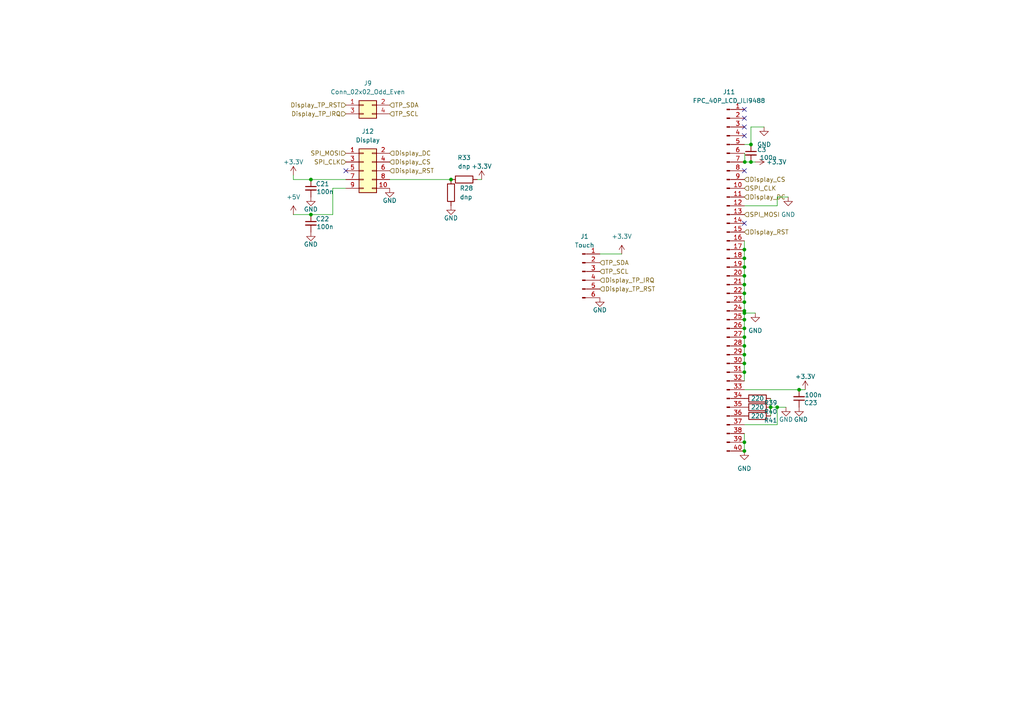
<source format=kicad_sch>
(kicad_sch (version 20231120) (generator "eeschema") (generator_version "8.0")
  (paper "A4")
  (lib_symbols
    (symbol "+3.3V_1" (power) (pin_numbers hide) (pin_names (offset 0) hide)
      (property "Value" "+3.3V" (at 0 3.556 0))
      (symbol "+3.3V_1_0_1"
        (polyline (pts (xy -0.762 1.27) (xy 0 2.54)))
        (polyline (pts (xy 0 0) (xy 0 2.54)))
        (polyline (pts (xy 0 2.54) (xy 0.762 1.27)))
      )
      (symbol "+3.3V_1_1_1"
        (pin power_in line (at 0 0 90) (length 0) (name "~") (number "1"))
      )
    )
    (symbol "Connector:Conn_01x06_Pin" (pin_names (offset 1.016) hide)
      (property "Reference" "J" (at 0 7.62 0))
      (property "Value" "Conn_01x06_Pin" (at 0 -10.16 0))
      (symbol "Conn_01x06_Pin_1_1"
        (polyline (pts (xy 1.27 -7.62) (xy 0.8636 -7.62)) (stroke (width 0.1524)))
        (polyline (pts (xy 1.27 -5.08) (xy 0.8636 -5.08)) (stroke (width 0.1524)))
        (polyline (pts (xy 1.27 -2.54) (xy 0.8636 -2.54)) (stroke (width 0.1524)))
        (polyline (pts (xy 1.27 0) (xy 0.8636 0)) (stroke (width 0.1524)))
        (polyline (pts (xy 1.27 2.54) (xy 0.8636 2.54)) (stroke (width 0.1524)))
        (polyline (pts (xy 1.27 5.08) (xy 0.8636 5.08)) (stroke (width 0.1524)))
        (rectangle (start 0.8636 -7.493) (end 0 -7.747) (stroke (width 0.1524)) (fill (type outline)))
        (rectangle (start 0.8636 -4.953) (end 0 -5.207) (stroke (width 0.1524)) (fill (type outline)))
        (rectangle (start 0.8636 -2.413) (end 0 -2.667) (stroke (width 0.1524)) (fill (type outline)))
        (rectangle (start 0.8636 0.127) (end 0 -0.127) (stroke (width 0.1524)) (fill (type outline)))
        (rectangle (start 0.8636 2.667) (end 0 2.413) (stroke (width 0.1524)) (fill (type outline)))
        (rectangle (start 0.8636 5.207) (end 0 4.953) (stroke (width 0.1524)) (fill (type outline)))
        (pin passive line (at 5.08 5.08 180) (length 3.81) (name "Pin_1") (number "1"))
        (pin passive line (at 5.08 2.54 180) (length 3.81) (name "Pin_2") (number "2"))
        (pin passive line (at 5.08 0 180) (length 3.81) (name "Pin_3") (number "3"))
        (pin passive line (at 5.08 -2.54 180) (length 3.81) (name "Pin_4") (number "4"))
        (pin passive line (at 5.08 -5.08 180) (length 3.81) (name "Pin_5") (number "5"))
        (pin passive line (at 5.08 -7.62 180) (length 3.81) (name "Pin_6") (number "6"))
      )
    )
    (symbol "Connector:Conn_01x40_Male" (pin_names (offset 1.016) hide)
      (property "Reference" "J" (at 0 50.8 0))
      (property "Value" "Conn_01x40_Male" (at 0 -53.34 0))
      (symbol "Conn_01x40_Male_1_1"
        (polyline (pts (xy 1.27 -50.8) (xy 0.8636 -50.8)) (stroke (width 0.1524)))
        (polyline (pts (xy 1.27 -48.26) (xy 0.8636 -48.26)) (stroke (width 0.1524)))
        (polyline (pts (xy 1.27 -45.72) (xy 0.8636 -45.72)) (stroke (width 0.1524)))
        (polyline (pts (xy 1.27 -43.18) (xy 0.8636 -43.18)) (stroke (width 0.1524)))
        (polyline (pts (xy 1.27 -40.64) (xy 0.8636 -40.64)) (stroke (width 0.1524)))
        (polyline (pts (xy 1.27 -38.1) (xy 0.8636 -38.1)) (stroke (width 0.1524)))
        (polyline (pts (xy 1.27 -35.56) (xy 0.8636 -35.56)) (stroke (width 0.1524)))
        (polyline (pts (xy 1.27 -33.02) (xy 0.8636 -33.02)) (stroke (width 0.1524)))
        (polyline (pts (xy 1.27 -30.48) (xy 0.8636 -30.48)) (stroke (width 0.1524)))
        (polyline (pts (xy 1.27 -27.94) (xy 0.8636 -27.94)) (stroke (width 0.1524)))
        (polyline (pts (xy 1.27 -25.4) (xy 0.8636 -25.4)) (stroke (width 0.1524)))
        (polyline (pts (xy 1.27 -22.86) (xy 0.8636 -22.86)) (stroke (width 0.1524)))
        (polyline (pts (xy 1.27 -20.32) (xy 0.8636 -20.32)) (stroke (width 0.1524)))
        (polyline (pts (xy 1.27 -17.78) (xy 0.8636 -17.78)) (stroke (width 0.1524)))
        (polyline (pts (xy 1.27 -15.24) (xy 0.8636 -15.24)) (stroke (width 0.1524)))
        (polyline (pts (xy 1.27 -12.7) (xy 0.8636 -12.7)) (stroke (width 0.1524)))
        (polyline (pts (xy 1.27 -10.16) (xy 0.8636 -10.16)) (stroke (width 0.1524)))
        (polyline (pts (xy 1.27 -7.62) (xy 0.8636 -7.62)) (stroke (width 0.1524)))
        (polyline (pts (xy 1.27 -5.08) (xy 0.8636 -5.08)) (stroke (width 0.1524)))
        (polyline (pts (xy 1.27 -2.54) (xy 0.8636 -2.54)) (stroke (width 0.1524)))
        (polyline (pts (xy 1.27 0) (xy 0.8636 0)) (stroke (width 0.1524)))
        (polyline (pts (xy 1.27 2.54) (xy 0.8636 2.54)) (stroke (width 0.1524)))
        (polyline (pts (xy 1.27 5.08) (xy 0.8636 5.08)) (stroke (width 0.1524)))
        (polyline (pts (xy 1.27 7.62) (xy 0.8636 7.62)) (stroke (width 0.1524)))
        (polyline (pts (xy 1.27 10.16) (xy 0.8636 10.16)) (stroke (width 0.1524)))
        (polyline (pts (xy 1.27 12.7) (xy 0.8636 12.7)) (stroke (width 0.1524)))
        (polyline (pts (xy 1.27 15.24) (xy 0.8636 15.24)) (stroke (width 0.1524)))
        (polyline (pts (xy 1.27 17.78) (xy 0.8636 17.78)) (stroke (width 0.1524)))
        (polyline (pts (xy 1.27 20.32) (xy 0.8636 20.32)) (stroke (width 0.1524)))
        (polyline (pts (xy 1.27 22.86) (xy 0.8636 22.86)) (stroke (width 0.1524)))
        (polyline (pts (xy 1.27 25.4) (xy 0.8636 25.4)) (stroke (width 0.1524)))
        (polyline (pts (xy 1.27 27.94) (xy 0.8636 27.94)) (stroke (width 0.1524)))
        (polyline (pts (xy 1.27 30.48) (xy 0.8636 30.48)) (stroke (width 0.1524)))
        (polyline (pts (xy 1.27 33.02) (xy 0.8636 33.02)) (stroke (width 0.1524)))
        (polyline (pts (xy 1.27 35.56) (xy 0.8636 35.56)) (stroke (width 0.1524)))
        (polyline (pts (xy 1.27 38.1) (xy 0.8636 38.1)) (stroke (width 0.1524)))
        (polyline (pts (xy 1.27 40.64) (xy 0.8636 40.64)) (stroke (width 0.1524)))
        (polyline (pts (xy 1.27 43.18) (xy 0.8636 43.18)) (stroke (width 0.1524)))
        (polyline (pts (xy 1.27 45.72) (xy 0.8636 45.72)) (stroke (width 0.1524)))
        (polyline (pts (xy 1.27 48.26) (xy 0.8636 48.26)) (stroke (width 0.1524)))
        (rectangle (start 0.8636 -50.673) (end 0 -50.927) (stroke (width 0.1524)) (fill (type outline)))
        (rectangle (start 0.8636 -48.133) (end 0 -48.387) (stroke (width 0.1524)) (fill (type outline)))
        (rectangle (start 0.8636 -45.593) (end 0 -45.847) (stroke (width 0.1524)) (fill (type outline)))
        (rectangle (start 0.8636 -43.053) (end 0 -43.307) (stroke (width 0.1524)) (fill (type outline)))
        (rectangle (start 0.8636 -40.513) (end 0 -40.767) (stroke (width 0.1524)) (fill (type outline)))
        (rectangle (start 0.8636 -37.973) (end 0 -38.227) (stroke (width 0.1524)) (fill (type outline)))
        (rectangle (start 0.8636 -35.433) (end 0 -35.687) (stroke (width 0.1524)) (fill (type outline)))
        (rectangle (start 0.8636 -32.893) (end 0 -33.147) (stroke (width 0.1524)) (fill (type outline)))
        (rectangle (start 0.8636 -30.353) (end 0 -30.607) (stroke (width 0.1524)) (fill (type outline)))
        (rectangle (start 0.8636 -27.813) (end 0 -28.067) (stroke (width 0.1524)) (fill (type outline)))
        (rectangle (start 0.8636 -25.273) (end 0 -25.527) (stroke (width 0.1524)) (fill (type outline)))
        (rectangle (start 0.8636 -22.733) (end 0 -22.987) (stroke (width 0.1524)) (fill (type outline)))
        (rectangle (start 0.8636 -20.193) (end 0 -20.447) (stroke (width 0.1524)) (fill (type outline)))
        (rectangle (start 0.8636 -17.653) (end 0 -17.907) (stroke (width 0.1524)) (fill (type outline)))
        (rectangle (start 0.8636 -15.113) (end 0 -15.367) (stroke (width 0.1524)) (fill (type outline)))
        (rectangle (start 0.8636 -12.573) (end 0 -12.827) (stroke (width 0.1524)) (fill (type outline)))
        (rectangle (start 0.8636 -10.033) (end 0 -10.287) (stroke (width 0.1524)) (fill (type outline)))
        (rectangle (start 0.8636 -7.493) (end 0 -7.747) (stroke (width 0.1524)) (fill (type outline)))
        (rectangle (start 0.8636 -4.953) (end 0 -5.207) (stroke (width 0.1524)) (fill (type outline)))
        (rectangle (start 0.8636 -2.413) (end 0 -2.667) (stroke (width 0.1524)) (fill (type outline)))
        (rectangle (start 0.8636 0.127) (end 0 -0.127) (stroke (width 0.1524)) (fill (type outline)))
        (rectangle (start 0.8636 2.667) (end 0 2.413) (stroke (width 0.1524)) (fill (type outline)))
        (rectangle (start 0.8636 5.207) (end 0 4.953) (stroke (width 0.1524)) (fill (type outline)))
        (rectangle (start 0.8636 7.747) (end 0 7.493) (stroke (width 0.1524)) (fill (type outline)))
        (rectangle (start 0.8636 10.287) (end 0 10.033) (stroke (width 0.1524)) (fill (type outline)))
        (rectangle (start 0.8636 12.827) (end 0 12.573) (stroke (width 0.1524)) (fill (type outline)))
        (rectangle (start 0.8636 15.367) (end 0 15.113) (stroke (width 0.1524)) (fill (type outline)))
        (rectangle (start 0.8636 17.907) (end 0 17.653) (stroke (width 0.1524)) (fill (type outline)))
        (rectangle (start 0.8636 20.447) (end 0 20.193) (stroke (width 0.1524)) (fill (type outline)))
        (rectangle (start 0.8636 22.987) (end 0 22.733) (stroke (width 0.1524)) (fill (type outline)))
        (rectangle (start 0.8636 25.527) (end 0 25.273) (stroke (width 0.1524)) (fill (type outline)))
        (rectangle (start 0.8636 28.067) (end 0 27.813) (stroke (width 0.1524)) (fill (type outline)))
        (rectangle (start 0.8636 30.607) (end 0 30.353) (stroke (width 0.1524)) (fill (type outline)))
        (rectangle (start 0.8636 33.147) (end 0 32.893) (stroke (width 0.1524)) (fill (type outline)))
        (rectangle (start 0.8636 35.687) (end 0 35.433) (stroke (width 0.1524)) (fill (type outline)))
        (rectangle (start 0.8636 38.227) (end 0 37.973) (stroke (width 0.1524)) (fill (type outline)))
        (rectangle (start 0.8636 40.767) (end 0 40.513) (stroke (width 0.1524)) (fill (type outline)))
        (rectangle (start 0.8636 43.307) (end 0 43.053) (stroke (width 0.1524)) (fill (type outline)))
        (rectangle (start 0.8636 45.847) (end 0 45.593) (stroke (width 0.1524)) (fill (type outline)))
        (rectangle (start 0.8636 48.387) (end 0 48.133) (stroke (width 0.1524)) (fill (type outline)))
        (pin passive line (at 5.08 48.26 180) (length 3.81) (name "Pin_1") (number "1"))
        (pin passive line (at 5.08 25.4 180) (length 3.81) (name "Pin_10") (number "10"))
        (pin passive line (at 5.08 22.86 180) (length 3.81) (name "Pin_11") (number "11"))
        (pin passive line (at 5.08 20.32 180) (length 3.81) (name "Pin_12") (number "12"))
        (pin passive line (at 5.08 17.78 180) (length 3.81) (name "Pin_13") (number "13"))
        (pin passive line (at 5.08 15.24 180) (length 3.81) (name "Pin_14") (number "14"))
        (pin passive line (at 5.08 12.7 180) (length 3.81) (name "Pin_15") (number "15"))
        (pin passive line (at 5.08 10.16 180) (length 3.81) (name "Pin_16") (number "16"))
        (pin passive line (at 5.08 7.62 180) (length 3.81) (name "Pin_17") (number "17"))
        (pin passive line (at 5.08 5.08 180) (length 3.81) (name "Pin_18") (number "18"))
        (pin passive line (at 5.08 2.54 180) (length 3.81) (name "Pin_19") (number "19"))
        (pin passive line (at 5.08 45.72 180) (length 3.81) (name "Pin_2") (number "2"))
        (pin passive line (at 5.08 0 180) (length 3.81) (name "Pin_20") (number "20"))
        (pin passive line (at 5.08 -2.54 180) (length 3.81) (name "Pin_21") (number "21"))
        (pin passive line (at 5.08 -5.08 180) (length 3.81) (name "Pin_22") (number "22"))
        (pin passive line (at 5.08 -7.62 180) (length 3.81) (name "Pin_23") (number "23"))
        (pin passive line (at 5.08 -10.16 180) (length 3.81) (name "Pin_24") (number "24"))
        (pin passive line (at 5.08 -12.7 180) (length 3.81) (name "Pin_25") (number "25"))
        (pin passive line (at 5.08 -15.24 180) (length 3.81) (name "Pin_26") (number "26"))
        (pin passive line (at 5.08 -17.78 180) (length 3.81) (name "Pin_27") (number "27"))
        (pin passive line (at 5.08 -20.32 180) (length 3.81) (name "Pin_28") (number "28"))
        (pin passive line (at 5.08 -22.86 180) (length 3.81) (name "Pin_29") (number "29"))
        (pin passive line (at 5.08 43.18 180) (length 3.81) (name "Pin_3") (number "3"))
        (pin passive line (at 5.08 -25.4 180) (length 3.81) (name "Pin_30") (number "30"))
        (pin passive line (at 5.08 -27.94 180) (length 3.81) (name "Pin_31") (number "31"))
        (pin passive line (at 5.08 -30.48 180) (length 3.81) (name "Pin_32") (number "32"))
        (pin passive line (at 5.08 -33.02 180) (length 3.81) (name "Pin_33") (number "33"))
        (pin passive line (at 5.08 -35.56 180) (length 3.81) (name "Pin_34") (number "34"))
        (pin passive line (at 5.08 -38.1 180) (length 3.81) (name "Pin_35") (number "35"))
        (pin passive line (at 5.08 -40.64 180) (length 3.81) (name "Pin_36") (number "36"))
        (pin passive line (at 5.08 -43.18 180) (length 3.81) (name "Pin_37") (number "37"))
        (pin passive line (at 5.08 -45.72 180) (length 3.81) (name "Pin_38") (number "38"))
        (pin passive line (at 5.08 -48.26 180) (length 3.81) (name "Pin_39") (number "39"))
        (pin passive line (at 5.08 40.64 180) (length 3.81) (name "Pin_4") (number "4"))
        (pin passive line (at 5.08 -50.8 180) (length 3.81) (name "Pin_40") (number "40"))
        (pin passive line (at 5.08 38.1 180) (length 3.81) (name "Pin_5") (number "5"))
        (pin passive line (at 5.08 35.56 180) (length 3.81) (name "Pin_6") (number "6"))
        (pin passive line (at 5.08 33.02 180) (length 3.81) (name "Pin_7") (number "7"))
        (pin passive line (at 5.08 30.48 180) (length 3.81) (name "Pin_8") (number "8"))
        (pin passive line (at 5.08 27.94 180) (length 3.81) (name "Pin_9") (number "9"))
      )
    )
    (symbol "Connector_Generic:Conn_02x02_Odd_Even" (pin_names (offset 1.016) hide)
      (property "Reference" "J" (at 1.27 2.54 0))
      (property "Value" "Conn_02x02_Odd_Even" (at 1.27 -5.08 0))
      (symbol "Conn_02x02_Odd_Even_1_1"
        (rectangle (start -1.27 -2.413) (end 0 -2.667) (stroke (width 0.1524)))
        (rectangle (start -1.27 0.127) (end 0 -0.127) (stroke (width 0.1524)))
        (rectangle (start -1.27 1.27) (end 3.81 -3.81) (stroke (width 0.254)) (fill (type background)))
        (rectangle (start 3.81 -2.413) (end 2.54 -2.667) (stroke (width 0.1524)))
        (rectangle (start 3.81 0.127) (end 2.54 -0.127) (stroke (width 0.1524)))
        (pin passive line (at -5.08 0 0) (length 3.81) (name "Pin_1") (number "1"))
        (pin passive line (at 7.62 0 180) (length 3.81) (name "Pin_2") (number "2"))
        (pin passive line (at -5.08 -2.54 0) (length 3.81) (name "Pin_3") (number "3"))
        (pin passive line (at 7.62 -2.54 180) (length 3.81) (name "Pin_4") (number "4"))
      )
    )
    (symbol "Connector_Generic:Conn_02x05_Odd_Even" (pin_names (offset 1.016) hide)
      (property "Reference" "J" (at 1.27 7.62 0))
      (property "Value" "Conn_02x05_Odd_Even" (at 1.27 -7.62 0))
      (symbol "Conn_02x05_Odd_Even_1_1"
        (rectangle (start -1.27 -4.953) (end 0 -5.207) (stroke (width 0.1524)))
        (rectangle (start -1.27 -2.413) (end 0 -2.667) (stroke (width 0.1524)))
        (rectangle (start -1.27 0.127) (end 0 -0.127) (stroke (width 0.1524)))
        (rectangle (start -1.27 2.667) (end 0 2.413) (stroke (width 0.1524)))
        (rectangle (start -1.27 5.207) (end 0 4.953) (stroke (width 0.1524)))
        (rectangle (start -1.27 6.35) (end 3.81 -6.35) (stroke (width 0.254)) (fill (type background)))
        (rectangle (start 3.81 -4.953) (end 2.54 -5.207) (stroke (width 0.1524)))
        (rectangle (start 3.81 -2.413) (end 2.54 -2.667) (stroke (width 0.1524)))
        (rectangle (start 3.81 0.127) (end 2.54 -0.127) (stroke (width 0.1524)))
        (rectangle (start 3.81 2.667) (end 2.54 2.413) (stroke (width 0.1524)))
        (rectangle (start 3.81 5.207) (end 2.54 4.953) (stroke (width 0.1524)))
        (pin passive line (at -5.08 5.08 0) (length 3.81) (name "Pin_1") (number "1"))
        (pin passive line (at 7.62 -5.08 180) (length 3.81) (name "Pin_10") (number "10"))
        (pin passive line (at 7.62 5.08 180) (length 3.81) (name "Pin_2") (number "2"))
        (pin passive line (at -5.08 2.54 0) (length 3.81) (name "Pin_3") (number "3"))
        (pin passive line (at 7.62 2.54 180) (length 3.81) (name "Pin_4") (number "4"))
        (pin passive line (at -5.08 0 0) (length 3.81) (name "Pin_5") (number "5"))
        (pin passive line (at 7.62 0 180) (length 3.81) (name "Pin_6") (number "6"))
        (pin passive line (at -5.08 -2.54 0) (length 3.81) (name "Pin_7") (number "7"))
        (pin passive line (at 7.62 -2.54 180) (length 3.81) (name "Pin_8") (number "8"))
        (pin passive line (at -5.08 -5.08 0) (length 3.81) (name "Pin_9") (number "9"))
      )
    )
    (symbol "Device:C_Small" (pin_numbers hide) (pin_names (offset 0.254) hide)
      (property "Reference" "C" (at 0.254 1.778 0))
      (property "Value" "C_Small" (at 0.254 -2.032 0))
      (symbol "C_Small_0_1"
        (polyline (pts (xy -1.524 -0.508) (xy 1.524 -0.508)) (stroke (width 0.3302)))
        (polyline (pts (xy -1.524 0.508) (xy 1.524 0.508)) (stroke (width 0.3048)))
      )
      (symbol "C_Small_1_1"
        (pin passive line (at 0 2.54 270) (length 2.032) (name "~") (number "1"))
        (pin passive line (at 0 -2.54 90) (length 2.032) (name "~") (number "2"))
      )
    )
    (symbol "Device:R" (pin_numbers hide) (pin_names (offset 0))
      (property "Reference" "R" (at 2.032 0 90))
      (property "Value" "R" (at 0 0 90))
      (symbol "R_0_1"
        (rectangle (start -1.016 -2.54) (end 1.016 2.54) (stroke (width 0.254)))
      )
      (symbol "R_1_1"
        (pin passive line (at 0 3.81 270) (length 1.27) (name "~") (number "1"))
        (pin passive line (at 0 -3.81 90) (length 1.27) (name "~") (number "2"))
      )
    )
    (symbol "power:+3.3V" (power) (pin_names (offset 0))
      (property "Value" "+3.3V" (at 0 3.556 0))
      (symbol "+3.3V_0_1"
        (polyline (pts (xy -0.762 1.27) (xy 0 2.54)))
        (polyline (pts (xy 0 0) (xy 0 2.54)))
        (polyline (pts (xy 0 2.54) (xy 0.762 1.27)))
      )
      (symbol "+3.3V_1_1"
        (pin power_in line (at 0 0 90) (length 0) hide (name "+3.3V") (number "1"))
      )
    )
    (symbol "power:+5V" (power) (pin_numbers hide) (pin_names (offset 0) hide)
      (property "Value" "+5V" (at 0 3.556 0))
      (symbol "+5V_0_1"
        (polyline (pts (xy -0.762 1.27) (xy 0 2.54)))
        (polyline (pts (xy 0 0) (xy 0 2.54)))
        (polyline (pts (xy 0 2.54) (xy 0.762 1.27)))
      )
      (symbol "+5V_1_1"
        (pin power_in line (at 0 0 90) (length 0) (name "~") (number "1"))
      )
    )
    (symbol "power:GND" (power) (pin_names (offset 0))
      (property "Value" "GND" (at 0 -3.81 0))
      (symbol "GND_0_1"
        (polyline (pts (xy 0 0) (xy 0 -1.27) (xy 1.27 -1.27) (xy 0 -2.54) (xy -1.27 -1.27) (xy 0 -1.27)))
      )
      (symbol "GND_1_1"
        (pin power_in line (at 0 0 270) (length 0) hide (name "GND") (number "1"))
      )
    )
  )
  (junction (at 215.9 80.01))
  (junction (at 90.17 62.23))
  (junction (at 215.9 72.39))
  (junction (at 217.805 41.91))
  (junction (at 225.425 118.11))
  (junction (at 215.9 85.09))
  (junction (at 215.9 105.41))
  (junction (at 215.9 128.27))
  (junction (at 215.9 77.47))
  (junction (at 215.9 97.79))
  (junction (at 223.52 118.11))
  (junction (at 215.9 130.81))
  (junction (at 215.9 95.25))
  (junction (at 130.81 52.07))
  (junction (at 215.9 87.63))
  (junction (at 215.9 107.95))
  (junction (at 215.9 100.33))
  (junction (at 215.9 102.87))
  (junction (at 217.805 46.99))
  (junction (at 90.17 52.07))
  (junction (at 231.775 113.03))
  (junction (at 215.9 92.71))
  (junction (at 215.9 74.93))
  (junction (at 215.9 82.55))
  (junction (at 215.9 90.17))
  (junction (at 215.9 90.805))
  (junction (at 216.027 46.99))
  (no_connect (at 215.9 49.53))
  (no_connect (at 100.33 49.53))
  (no_connect (at 215.9 39.37))
  (no_connect (at 215.9 64.77))
  (no_connect (at 215.9 31.75))
  (no_connect (at 215.9 34.29))
  (no_connect (at 215.9 36.83))
  (wire (pts (xy 96.52 54.61) (xy 100.33 54.61)))
  (wire (pts (xy 215.9 72.39) (xy 215.9 74.93)))
  (wire (pts (xy 215.9 90.17) (xy 215.9 90.805)))
  (wire (pts (xy 215.9 97.79) (xy 215.9 100.33)))
  (wire (pts (xy 231.775 113.03) (xy 233.553 113.03)))
  (wire (pts (xy 215.9 80.01) (xy 215.9 82.55)))
  (wire (pts (xy 219.075 90.805) (xy 215.9 90.805)))
  (wire (pts (xy 215.9 59.69) (xy 225.425 59.69)))
  (wire (pts (xy 223.52 118.11) (xy 223.52 120.65)))
  (wire (pts (xy 225.425 118.11) (xy 227.965 118.11)))
  (wire (pts (xy 215.9 95.25) (xy 215.9 97.79)))
  (wire (pts (xy 139.7 52.07) (xy 138.43 52.07)))
  (wire (pts (xy 180.34 73.66) (xy 173.99 73.66)))
  (wire (pts (xy 215.9 125.73) (xy 215.9 128.27)))
  (wire (pts (xy 215.9 102.87) (xy 215.9 105.41)))
  (wire (pts (xy 215.9 123.19) (xy 225.425 123.19)))
  (wire (pts (xy 215.9 92.71) (xy 215.9 95.25)))
  (wire (pts (xy 216.027 44.45) (xy 216.027 46.99)))
  (wire (pts (xy 215.9 41.91) (xy 217.805 41.91)))
  (wire (pts (xy 225.425 57.15) (xy 228.6 57.15)))
  (wire (pts (xy 215.9 100.33) (xy 215.9 102.87)))
  (wire (pts (xy 90.17 52.07) (xy 100.33 52.07)))
  (wire (pts (xy 216.027 46.99) (xy 217.805 46.99)))
  (wire (pts (xy 223.52 118.11) (xy 225.425 118.11)))
  (wire (pts (xy 215.9 90.805) (xy 215.9 92.71)))
  (wire (pts (xy 215.9 44.45) (xy 216.027 44.45)))
  (wire (pts (xy 225.425 57.15) (xy 225.425 59.69)))
  (wire (pts (xy 215.9 77.47) (xy 215.9 80.01)))
  (wire (pts (xy 215.9 128.27) (xy 215.9 130.81)))
  (wire (pts (xy 130.81 52.07) (xy 113.03 52.07)))
  (wire (pts (xy 215.9 74.93) (xy 215.9 77.47)))
  (wire (pts (xy 85.09 50.8) (xy 85.09 52.07)))
  (wire (pts (xy 215.9 105.41) (xy 215.9 107.95)))
  (wire (pts (xy 85.09 62.23) (xy 90.17 62.23)))
  (wire (pts (xy 90.17 62.23) (xy 96.52 62.23)))
  (wire (pts (xy 217.805 36.83) (xy 221.615 36.83)))
  (wire (pts (xy 217.805 46.99) (xy 219.075 46.99)))
  (wire (pts (xy 215.9 113.03) (xy 231.775 113.03)))
  (wire (pts (xy 217.805 41.91) (xy 217.805 36.83)))
  (wire (pts (xy 215.9 85.09) (xy 215.9 87.63)))
  (wire (pts (xy 225.425 123.19) (xy 225.425 118.11)))
  (wire (pts (xy 215.9 87.63) (xy 215.9 90.17)))
  (wire (pts (xy 96.52 62.23) (xy 96.52 54.61)))
  (wire (pts (xy 215.9 46.99) (xy 216.027 46.99)))
  (wire (pts (xy 223.52 115.57) (xy 223.52 118.11)))
  (wire (pts (xy 215.9 82.55) (xy 215.9 85.09)))
  (wire (pts (xy 215.9 69.85) (xy 215.9 72.39)))
  (wire (pts (xy 85.09 52.07) (xy 90.17 52.07)))
  (wire (pts (xy 215.9 107.95) (xy 215.9 110.49)))
  (hierarchical_label "SPI_CLK" (shape input) (at 100.33 46.99 180))
  (hierarchical_label "SPI_MOSI" (shape input) (at 215.9 62.23 0))
  (hierarchical_label "SPI_CLK" (shape input) (at 215.9 54.61 0))
  (hierarchical_label "TP_SDA" (shape input) (at 113.03 30.48 0))
  (hierarchical_label "SPI_MOSI" (shape input) (at 100.33 44.45 180))
  (hierarchical_label "TP_SCL" (shape input) (at 173.99 78.74 0))
  (hierarchical_label "TP_SCL" (shape input) (at 113.03 33.02 0))
  (hierarchical_label "TP_SDA" (shape input) (at 173.99 76.2 0))
  (hierarchical_label "Display_RST" (shape input) (at 113.03 49.53 0))
  (hierarchical_label "Display_TP_RST" (shape input) (at 173.99 83.82 0))
  (hierarchical_label "Display_TP_IRQ" (shape input) (at 100.33 33.02 180))
  (hierarchical_label "Display_TP_IRQ" (shape input) (at 173.99 81.28 0))
  (hierarchical_label "Display_DC" (shape input) (at 113.03 44.45 0))
  (hierarchical_label "Display_CS" (shape input) (at 215.9 52.07 0))
  (hierarchical_label "Display_TP_RST" (shape input) (at 100.33 30.48 180))
  (hierarchical_label "Display_DC" (shape input) (at 215.9 57.15 0))
  (hierarchical_label "Display_CS" (shape input) (at 113.03 46.99 0))
  (hierarchical_label "Display_RST" (shape input) (at 215.9 67.31 0))
  (symbol (lib_id "power:+3.3V") (at 233.553 113.03 0) (unit 1)
    (property "Reference" "#PWR0104" (effects (hide yes)))
    (property "Value" "+3.3V" (at 233.553 109.22 0))
  )
  (symbol (lib_id "Device:C_Small") (at 217.805 44.45 0) (unit 1)
    (property "Reference" "C3" (at 219.583 43.434 0) (effects (justify left)))
    (property "Value" "100n" (at 220.345 45.72 0) (effects (justify left)))
    (property "Footprint" "Capacitor_SMD:C_0603_1608Metric_Pad1.08x0.95mm_HandSolder" (effects (hide yes)))
  )
  (symbol (lib_id "Connector:Conn_01x40_Male") (at 210.82 80.01 0) (unit 1)
    (property "Reference" "J11" (at 211.455 26.67 0))
    (property "Value" "FPC_40P_LCD_ILI9488" (at 211.455 29.21 0))
    (property "Footprint" "Connector_FFC-FPC:TE_4-1734839-0_1x40-1MP_P0.5mm_Horizontal" (effects (hide yes)))
  )
  (symbol (lib_id "power:+3.3V") (at 139.7 52.07 0) (mirror y) (unit 1)
    (property "Reference" "#PWR089" (effects (hide yes)))
    (property "Value" "+3.3V" (at 139.7 48.26 0))
  )
  (symbol (lib_id "power:+5V") (at 85.09 62.23 0) (unit 1)
    (property "Reference" "#PWR097" (effects (hide yes)))
    (property "Value" "+5V" (at 85.09 57.15 0))
    (property "Description" "Power symbol creates a global label with name \"+5V\"" (effects (hide yes)))
  )
  (symbol (lib_id "Device:R") (at 219.71 118.11 90) (unit 1)
    (property "Reference" "R40" (at 223.52 119.38 90))
    (property "Value" "220" (at 219.71 118.11 90))
    (property "Footprint" "Resistor_SMD:R_0603_1608Metric_Pad0.98x0.95mm_HandSolder" (effects (hide yes)))
  )
  (symbol (lib_id "Connector_Generic:Conn_02x05_Odd_Even") (at 105.41 49.53 0) (unit 1)
    (property "Reference" "J12" (at 106.68 38.1 0))
    (property "Value" "Display" (at 106.68 40.64 0))
    (property "Footprint" "Connector_PinHeader_2.54mm:PinHeader_2x05_P2.54mm_Vertical_SMD" (effects (hide yes)))
    (property "Description" "Generic connector, double row, 02x05, odd/even pin numbering scheme (row 1 odd numbers, row 2 even numbers), script generated (kicad-library-utils/schlib/autogen/connector/)" (effects (hide yes)))
  )
  (symbol (lib_id "power:+3.3V") (at 219.075 46.99 270) (unit 1)
    (property "Reference" "#PWR08" (effects (hide yes)))
    (property "Value" "+3.3V" (at 222.25 46.9899 90) (effects (justify left)))
  )
  (symbol (lib_id "power:GND") (at 219.075 90.805 0) (unit 1)
    (property "Reference" "#PWR010" (effects (hide yes)))
    (property "Value" "GND" (at 219.075 95.885 0))
  )
  (symbol (lib_id "Device:C_Small") (at 231.775 115.57 180) (unit 1)
    (property "Reference" "C23" (at 237.109 116.84 0) (effects (justify left)))
    (property "Value" "100n" (at 238.379 114.554 0) (effects (justify left)))
    (property "Footprint" "Capacitor_SMD:C_0603_1608Metric_Pad1.08x0.95mm_HandSolder" (effects (hide yes)))
  )
  (symbol (lib_id "Connector:Conn_01x06_Pin") (at 168.91 78.74 0) (unit 1)
    (property "Reference" "J1" (at 169.545 68.58 0))
    (property "Value" "Touch" (at 169.545 71.12 0))
    (property "Footprint" "Connector_FFC-FPC:TE_0-1734839-6_1x06-1MP_P0.5mm_Horizontal" (effects (hide yes)))
    (property "Description" "Generic connector, single row, 01x06, script generated" (effects (hide yes)))
  )
  (symbol (lib_id "power:GND") (at 130.81 59.69 0) (mirror y) (unit 1)
    (property "Reference" "#PWR088" (effects (hide yes)))
    (property "Value" "GND" (at 132.842 63.246 0) (effects (justify left)))
  )
  (symbol (lib_id "Device:R") (at 219.71 120.65 90) (unit 1)
    (property "Reference" "R41" (at 223.52 121.92 90))
    (property "Value" "220" (at 219.71 120.65 90))
    (property "Footprint" "Resistor_SMD:R_0603_1608Metric_Pad0.98x0.95mm_HandSolder" (effects (hide yes)))
  )
  (symbol (lib_id "power:GND") (at 90.17 57.15 0) (mirror y) (unit 1)
    (property "Reference" "#PWR098" (effects (hide yes)))
    (property "Value" "GND" (at 92.202 60.706 0) (effects (justify left)))
  )
  (symbol (lib_name "+3.3V_1") (lib_id "power:+3.3V") (at 180.34 73.66 0) (unit 1)
    (property "Reference" "#PWR0105" (effects (hide yes)))
    (property "Value" "+3.3V" (at 180.34 68.58 0))
    (property "Description" "Power symbol creates a global label with name \"+3.3V\"" (effects (hide yes)))
  )
  (symbol (lib_id "Connector_Generic:Conn_02x02_Odd_Even") (at 105.41 30.48 0) (unit 1)
    (property "Reference" "J9" (at 106.68 24.13 0))
    (property "Value" "Conn_02x02_Odd_Even" (at 106.68 26.67 0))
    (property "Footprint" "Connector_PinHeader_2.54mm:PinHeader_2x02_P2.54mm_Vertical_SMD" (effects (hide yes)))
    (property "Description" "Generic connector, double row, 02x02, odd/even pin numbering scheme (row 1 odd numbers, row 2 even numbers), script generated (kicad-library-utils/schlib/autogen/connector/)" (effects (hide yes)))
  )
  (symbol (lib_id "Device:R") (at 130.81 55.88 180) (unit 1)
    (property "Reference" "R28" (at 133.35 54.6099 0) (effects (justify right)))
    (property "Value" "dnp" (at 133.35 57.1499 0) (effects (justify right)))
    (property "Footprint" "Resistor_SMD:R_0603_1608Metric_Pad0.98x0.95mm_HandSolder" (effects (hide yes)))
    (property "Description" "Resistor" (effects (hide yes)))
  )
  (symbol (lib_id "power:GND") (at 173.99 86.36 0) (mirror y) (unit 1)
    (property "Reference" "#PWR0106" (effects (hide yes)))
    (property "Value" "GND" (at 176.022 89.916 0) (effects (justify left)))
  )
  (symbol (lib_id "power:GND") (at 228.6 57.15 0) (unit 1)
    (property "Reference" "#PWR0102" (effects (hide yes)))
    (property "Value" "GND" (at 228.6 62.23 0))
  )
  (symbol (lib_id "power:GND") (at 231.775 118.11 0) (unit 1)
    (property "Reference" "#PWR0103" (effects (hide yes)))
    (property "Value" "GND" (at 232.283 121.666 0))
  )
  (symbol (lib_id "power:GND") (at 221.615 36.83 0) (unit 1)
    (property "Reference" "#PWR087" (effects (hide yes)))
    (property "Value" "GND" (at 221.615 41.91 0))
  )
  (symbol (lib_id "Device:C_Small") (at 90.17 64.77 0) (mirror y) (unit 1)
    (property "Reference" "C22" (at 95.504 63.5 0) (effects (justify left)))
    (property "Value" "100n" (at 96.774 65.786 0) (effects (justify left)))
    (property "Footprint" "Capacitor_SMD:C_0603_1608Metric_Pad1.08x0.95mm_HandSolder" (effects (hide yes)))
  )
  (symbol (lib_id "Device:R") (at 134.62 52.07 90) (unit 1)
    (property "Reference" "R33" (at 134.62 45.72 90))
    (property "Value" "dnp" (at 134.62 48.26 90))
    (property "Footprint" "Resistor_SMD:R_0603_1608Metric_Pad0.98x0.95mm_HandSolder" (effects (hide yes)))
    (property "Description" "Resistor" (effects (hide yes)))
  )
  (symbol (lib_id "power:GND") (at 227.965 118.11 0) (unit 1)
    (property "Reference" "#PWR090" (effects (hide yes)))
    (property "Value" "GND" (at 227.965 121.666 0))
  )
  (symbol (lib_id "power:GND") (at 90.17 67.31 0) (mirror y) (unit 1)
    (property "Reference" "#PWR0100" (effects (hide yes)))
    (property "Value" "GND" (at 92.202 70.866 0) (effects (justify left)))
  )
  (symbol (lib_id "power:+3.3V") (at 85.09 50.8 0) (mirror y) (unit 1)
    (property "Reference" "#PWR0101" (effects (hide yes)))
    (property "Value" "+3.3V" (at 85.09 46.99 0))
  )
  (symbol (lib_id "Device:C_Small") (at 90.17 54.61 0) (mirror y) (unit 1)
    (property "Reference" "C21" (at 95.504 53.34 0) (effects (justify left)))
    (property "Value" "100n" (at 96.774 55.626 0) (effects (justify left)))
    (property "Footprint" "Capacitor_SMD:C_0603_1608Metric_Pad1.08x0.95mm_HandSolder" (effects (hide yes)))
  )
  (symbol (lib_id "power:GND") (at 113.03 54.61 0) (mirror y) (unit 1)
    (property "Reference" "#PWR099" (effects (hide yes)))
    (property "Value" "GND" (at 115.062 58.166 0) (effects (justify left)))
  )
  (symbol (lib_id "Device:R") (at 219.71 115.57 90) (unit 1)
    (property "Reference" "R39" (at 223.52 116.84 90))
    (property "Value" "220" (at 219.71 115.57 90))
    (property "Footprint" "Resistor_SMD:R_0603_1608Metric_Pad0.98x0.95mm_HandSolder" (effects (hide yes)))
  )
  (symbol (lib_id "power:GND") (at 215.9 130.81 0) (unit 1)
    (property "Reference" "#PWR07" (effects (hide yes)))
    (property "Value" "GND" (at 215.9 135.89 0))
  )
)
</source>
